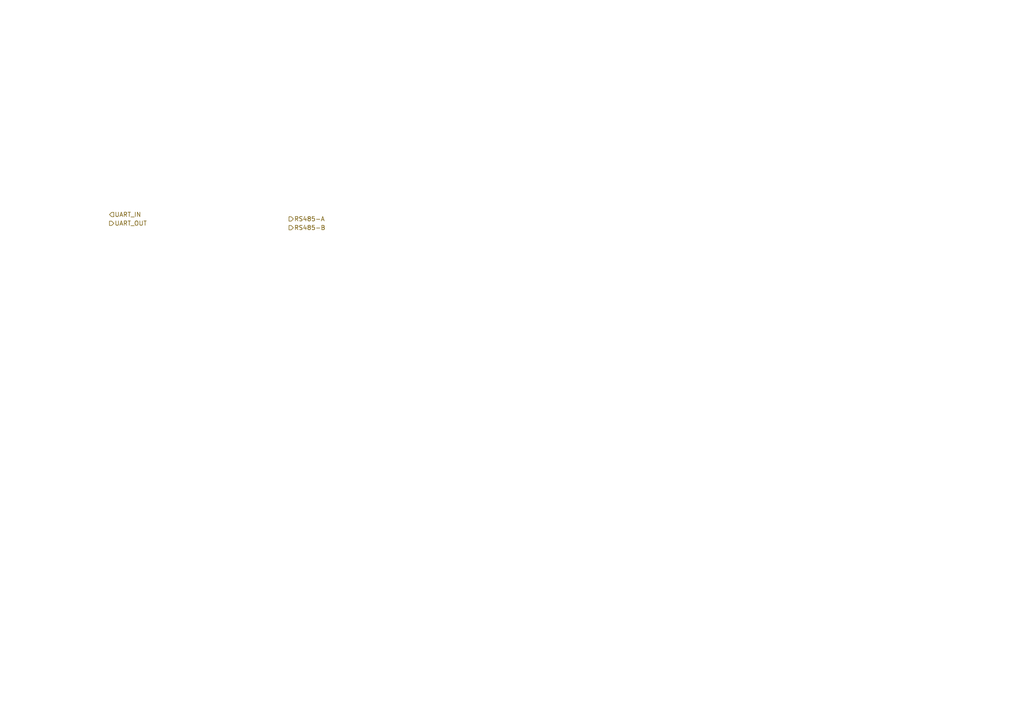
<source format=kicad_sch>
(kicad_sch
	(version 20250114)
	(generator "eeschema")
	(generator_version "9.0")
	(uuid "6cc9104a-1af2-4680-b762-e59acc9439f9")
	(paper "A4")
	(lib_symbols)
	(hierarchical_label "RS485-B"
		(shape output)
		(at 83.82 66.04 0)
		(effects
			(font
				(size 1.27 1.27)
			)
			(justify left)
		)
		(uuid "295dda6a-26f9-4e0b-bbb3-02afd205dd1f")
	)
	(hierarchical_label "UART_IN"
		(shape input)
		(at 31.75 62.23 0)
		(effects
			(font
				(size 1.27 1.27)
			)
			(justify left)
		)
		(uuid "8e88e630-9407-4139-b411-21007af5c764")
	)
	(hierarchical_label "UART_OUT"
		(shape output)
		(at 31.75 64.77 0)
		(effects
			(font
				(size 1.27 1.27)
			)
			(justify left)
		)
		(uuid "caf64aff-c1a2-414b-9387-2170d8028f01")
	)
	(hierarchical_label "RS485-A"
		(shape output)
		(at 83.82 63.5 0)
		(effects
			(font
				(size 1.27 1.27)
			)
			(justify left)
		)
		(uuid "f3228bd7-7c3f-4a01-b197-a74a821ef009")
	)
)

</source>
